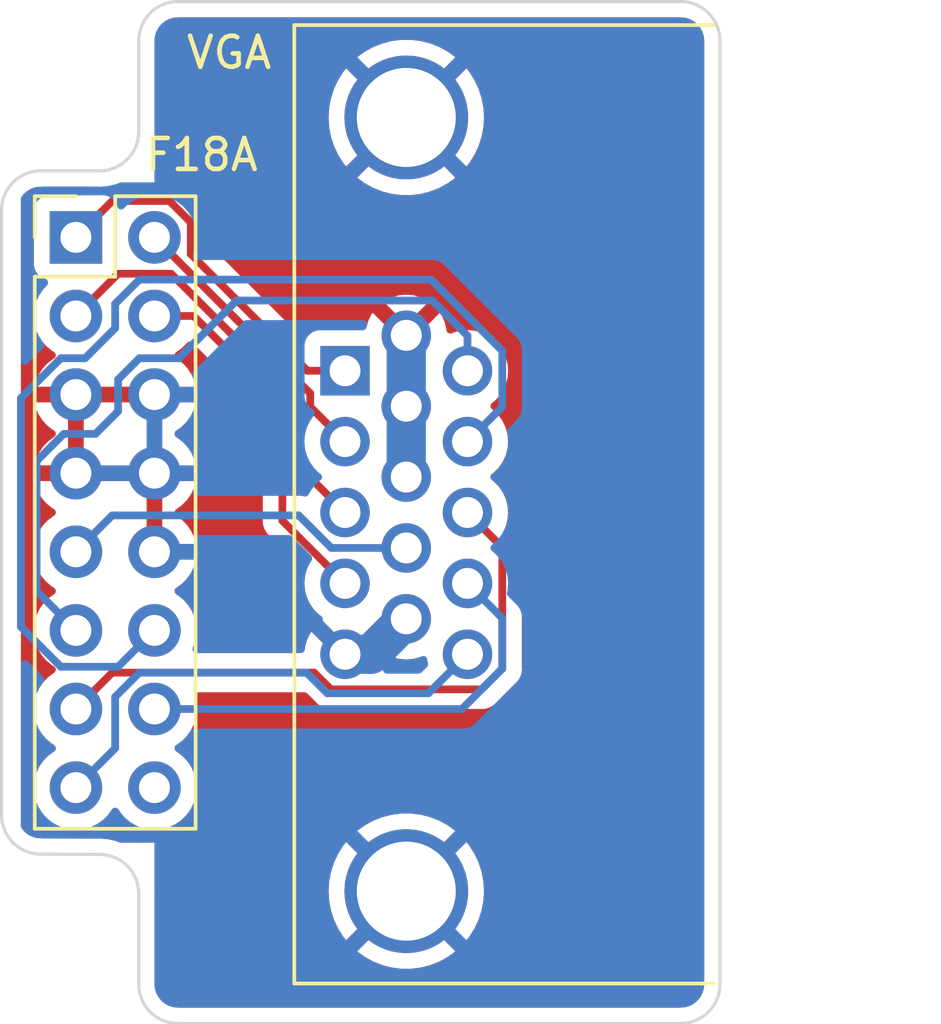
<source format=kicad_pcb>
(kicad_pcb (version 20211014) (generator pcbnew)
  (layers (0 "F.Cu" signal) (31 "B.Cu" signal) (34 "B.Paste" user) (35 "F.Paste" user) (36 "B.SilkS" user "B.Silkscreen") (37 "F.SilkS" user "F.Silkscreen") (38 "B.Mask" user) (39 "F.Mask" user) (44 "Edge.Cuts" user))
  (net 0 "")
  (net 1 "GND")
  (net 2 "/RED")
  (net 3 "/GREEN")
  (net 4 "/BLUE")
  (net 5 "/ID2")
  (net 6 "/KEY")
  (net 7 "/ID0")
  (net 8 "/ID1")
  (net 9 "/HSYNC")
  (net 10 "/VSYNC")
  (net 11 "/ID3")
  (footprint "Connector_Dsub:DSUB-15-HD_Female_Horizontal_P2.29x1.98mm_EdgePinOffset8.35mm_Housed_MountingHolesOffset10.89mm" (layer "F.Cu") (at 135.195069 85.5906 90)
    (fp_text reference "J1")
    (fp_text value "VGA" (at 10.2796 -3.750069 180) (layer "F.SilkS"))
    (fp_line (start -19.8 11.938) (end -19.8 -1.64) (layer "F.SilkS") (width 0.12))
    (fp_line (start -19.8 -1.64) (end 11.17 -1.64) (layer "F.SilkS") (width 0.12))
    (fp_line (start 11.17 -1.64) (end 11.17 11.938) (layer "F.SilkS") (width 0.12))
    (pad "0" thru_hole circle (at 8.185 1.9812 90) (size 4 4) (drill 3.2) (layers *.Cu *.Mask) (net 1 "GND"))
    (pad "0" thru_hole circle (at -16.815 1.9812 90) (size 4 4) (drill 3.2) (layers *.Cu *.Mask) (net 1 "GND"))
    (pad "1" thru_hole rect (at 0 0 90) (size 1.6 1.6) (drill 1) (layers *.Cu *.Mask) (net 2 "/RED"))
    (pad "2" thru_hole circle (at -2.29 0 90) (size 1.6 1.6) (drill 1) (layers *.Cu *.Mask) (net 3 "/GREEN"))
    (pad "3" thru_hole circle (at -4.58 0 90) (size 1.6 1.6) (drill 1) (layers *.Cu *.Mask) (net 4 "/BLUE"))
    (pad "4" thru_hole circle (at -6.87 0 90) (size 1.6 1.6) (drill 1) (layers *.Cu *.Mask) (net 5 "/ID2"))
    (pad "5" thru_hole circle (at -9.16 0 90) (size 1.6 1.6) (drill 1) (layers *.Cu *.Mask) (net 1 "GND"))
    (pad "6" thru_hole circle (at 1.145 1.98 90) (size 1.6 1.6) (drill 1) (layers *.Cu *.Mask) (net 1 "GND"))
    (pad "7" thru_hole circle (at -1.145 1.98 90) (size 1.6 1.6) (drill 1) (layers *.Cu *.Mask) (net 1 "GND"))
    (pad "8" thru_hole circle (at -3.435 1.98 90) (size 1.6 1.6) (drill 1) (layers *.Cu *.Mask) (net 1 "GND"))
    (pad "9" thru_hole circle (at -5.725 1.98 90) (size 1.6 1.6) (drill 1) (layers *.Cu *.Mask) (net 6 "/KEY"))
    (pad "10" thru_hole circle (at -8.015 1.98 90) (size 1.6 1.6) (drill 1) (layers *.Cu *.Mask) (net 1 "GND"))
    (pad "11" thru_hole circle (at 0 3.96 90) (size 1.6 1.6) (drill 1) (layers *.Cu *.Mask) (net 7 "/ID0"))
    (pad "12" thru_hole circle (at -2.29 3.96 90) (size 1.6 1.6) (drill 1) (layers *.Cu *.Mask) (net 8 "/ID1"))
    (pad "13" thru_hole circle (at -4.58 3.96 90) (size 1.6 1.6) (drill 1) (layers *.Cu *.Mask) (net 9 "/HSYNC"))
    (pad "14" thru_hole circle (at -6.87 3.96 90) (size 1.6 1.6) (drill 1) (layers *.Cu *.Mask) (net 10 "/VSYNC"))
    (pad "15" thru_hole circle (at -9.16 3.96 90) (size 1.6 1.6) (drill 1) (layers *.Cu *.Mask) (net 11 "/ID3"))
  )
  (footprint "Connector_PinHeader_2.54mm:PinHeader_2x08_P2.54mm_Vertical" (layer "F.Cu") (at 126.492 81.28)
    (fp_text reference "J2")
    (fp_text value "F18A" (at 4.064 -2.667) (layer "F.SilkS"))
    (fp_line (start -1.33 -1.33) (end 0 -1.33) (layer "F.SilkS") (width 0.12))
    (fp_line (start 1.27 -1.33) (end 3.87 -1.33) (layer "F.SilkS") (width 0.12))
    (fp_line (start -1.33 19.11) (end 3.87 19.11) (layer "F.SilkS") (width 0.12))
    (fp_line (start 1.27 1.27) (end 1.27 -1.33) (layer "F.SilkS") (width 0.12))
    (fp_line (start 3.87 -1.33) (end 3.87 19.11) (layer "F.SilkS") (width 0.12))
    (fp_line (start -1.33 1.27) (end -1.33 19.11) (layer "F.SilkS") (width 0.12))
    (fp_line (start -1.33 0) (end -1.33 -1.33) (layer "F.SilkS") (width 0.12))
    (fp_line (start -1.33 1.27) (end 1.27 1.27) (layer "F.SilkS") (width 0.12))
    (pad "1" thru_hole rect (at 0 0) (size 1.7 1.7) (drill 1) (layers *.Cu *.Mask) (net 2 "/RED"))
    (pad "2" thru_hole oval (at 2.54 0) (size 1.7 1.7) (drill 1) (layers *.Cu *.Mask) (net 3 "/GREEN"))
    (pad "3" thru_hole oval (at 0 2.54) (size 1.7 1.7) (drill 1) (layers *.Cu *.Mask) (net 4 "/BLUE"))
    (pad "4" thru_hole oval (at 2.54 2.54) (size 1.7 1.7) (drill 1) (layers *.Cu *.Mask) (net 5 "/ID2"))
    (pad "5" thru_hole oval (at 0 5.08) (size 1.7 1.7) (drill 1) (layers *.Cu *.Mask) (net 1 "GND"))
    (pad "6" thru_hole oval (at 2.54 5.08) (size 1.7 1.7) (drill 1) (layers *.Cu *.Mask) (net 1 "GND"))
    (pad "7" thru_hole oval (at 0 7.62) (size 1.7 1.7) (drill 1) (layers *.Cu *.Mask) (net 1 "GND"))
    (pad "8" thru_hole oval (at 2.54 7.62) (size 1.7 1.7) (drill 1) (layers *.Cu *.Mask) (net 1 "GND"))
    (pad "9" thru_hole oval (at 0 10.16) (size 1.7 1.7) (drill 1) (layers *.Cu *.Mask) (net 6 "/KEY"))
    (pad "10" thru_hole oval (at 2.54 10.16) (size 1.7 1.7) (drill 1) (layers *.Cu *.Mask) (net 1 "GND"))
    (pad "11" thru_hole oval (at 0 12.7) (size 1.7 1.7) (drill 1) (layers *.Cu *.Mask) (net 7 "/ID0"))
    (pad "12" thru_hole oval (at 2.54 12.7) (size 1.7 1.7) (drill 1) (layers *.Cu *.Mask) (net 8 "/ID1"))
    (pad "13" thru_hole oval (at 0 15.24) (size 1.7 1.7) (drill 1) (layers *.Cu *.Mask) (net 9 "/HSYNC"))
    (pad "14" thru_hole oval (at 2.54 15.24) (size 1.7 1.7) (drill 1) (layers *.Cu *.Mask) (net 10 "/VSYNC"))
    (pad "15" thru_hole oval (at 0 17.78) (size 1.7 1.7) (drill 1) (layers *.Cu *.Mask) (net 11 "/ID3"))
    (pad "16" thru_hole oval (at 2.54 17.78) (size 1.7 1.7) (drill 1) (layers *.Cu *.Mask))
  )
  (gr_line (start 124.088026 80.400026) (end 124.088026 99.939974) (layer "Edge.Cuts") (width 0.1))
  (gr_arc (start 127.254 101.219) (mid 128.152042 101.590965) (end 128.524 102.489) (layer "Edge.Cuts") (width 0.1))
  (gr_arc (start 147.32 105.41) (mid 146.948026 106.308026) (end 146.05 106.68) (layer "Edge.Cuts") (width 0.1))
  (gr_arc (start 124.088026 80.400026) (mid 124.46 79.502) (end 125.358026 79.130026) (layer "Edge.Cuts") (width 0.1))
  (gr_arc (start 146.05 73.66) (mid 146.948026 74.031974) (end 147.32 74.93) (layer "Edge.Cuts") (width 0.1))
  (gr_line (start 125.358026 101.209974) (end 127.254 101.219) (layer "Edge.Cuts") (width 0.1))
  (gr_line (start 147.32 74.93) (end 147.32 105.41) (layer "Edge.Cuts") (width 0.1))
  (gr_line (start 129.794 106.68) (end 146.05 106.68) (layer "Edge.Cuts") (width 0.1))
  (gr_line (start 129.794 73.66) (end 146.05 73.66) (layer "Edge.Cuts") (width 0.1))
  (gr_line (start 128.524 74.93) (end 128.524 77.860026) (layer "Edge.Cuts") (width 0.1))
  (gr_arc (start 128.524 74.93) (mid 128.895974 74.031974) (end 129.794 73.66) (layer "Edge.Cuts") (width 0.1))
  (gr_arc (start 129.794 106.68) (mid 128.895958 106.308035) (end 128.524 105.41) (layer "Edge.Cuts") (width 0.1))
  (gr_arc (start 128.524 77.860026) (mid 128.152026 78.758052) (end 127.254 79.130026) (layer "Edge.Cuts") (width 0.1))
  (gr_line (start 128.524 102.489) (end 128.524 105.41) (layer "Edge.Cuts") (width 0.1))
  (gr_arc (start 125.358026 101.209974) (mid 124.459984 100.838009) (end 124.088026 99.939974) (layer "Edge.Cuts") (width 0.1))
  (gr_line (start 127.254 79.130026) (end 125.358026 79.130026) (layer "Edge.Cuts") (width 0.1))
  (segment (start 137.175069 86.7356) (end 137.175069 84.4456) (width 1.27) (layer "B.Cu") (net 1))
  (segment (start 136.030069 94.7506) (end 137.175069 93.6056) (width 1.27) (layer "B.Cu") (net 1))
  (segment (start 137.175069 89.0256) (end 137.175069 86.7356) (width 1.27) (layer "B.Cu") (net 1))
  (segment (start 129.032 88.9) (end 129.1576 89.0256) (width 0.25) (layer "B.Cu") (net 1))
  (segment (start 135.195069 94.7506) (end 136.030069 94.7506) (width 1.27) (layer "B.Cu") (net 1))
  (segment (start 130.207 80.793299) (end 130.207 81.818604) (width 0.25) (layer "F.Cu") (net 2))
  (segment (start 133.978996 85.5906) (end 135.195069 85.5906) (width 0.25) (layer "F.Cu") (net 2))
  (segment (start 129.518701 80.105) (end 130.207 80.793299) (width 0.25) (layer "F.Cu") (net 2))
  (segment (start 127.667 80.105) (end 129.518701 80.105) (width 0.25) (layer "F.Cu") (net 2))
  (segment (start 126.492 81.28) (end 127.667 80.105) (width 0.25) (layer "F.Cu") (net 2))
  (segment (start 130.207 81.818604) (end 133.978996 85.5906) (width 0.25) (layer "F.Cu") (net 2))
  (segment (start 129.032 81.28) (end 134.070069 86.318069) (width 0.25) (layer "F.Cu") (net 3))
  (segment (start 134.070069 86.7556) (end 135.195069 87.8806) (width 0.25) (layer "F.Cu") (net 3))
  (segment (start 134.070069 86.318069) (end 134.070069 86.7556) (width 0.25) (layer "F.Cu") (net 3))
  (segment (start 126.492 83.82) (end 127.857 82.455) (width 0.25) (layer "F.Cu") (net 4))
  (segment (start 127.857 82.455) (end 129.570605 82.455) (width 0.25) (layer "F.Cu") (net 4))
  (segment (start 133.620069 86.504464) (end 133.620069 88.5956) (width 0.25) (layer "F.Cu") (net 4))
  (segment (start 129.570605 82.455) (end 133.620069 86.504464) (width 0.25) (layer "F.Cu") (net 4))
  (segment (start 133.620069 88.5956) (end 135.195069 90.1706) (width 0.25) (layer "F.Cu") (net 4))
  (segment (start 129.032 83.82) (end 130.299209 83.82) (width 0.25) (layer "F.Cu") (net 5))
  (segment (start 130.299209 83.82) (end 133.170069 86.69086) (width 0.25) (layer "F.Cu") (net 5))
  (segment (start 133.170069 90.4356) (end 135.195069 92.4606) (width 0.25) (layer "F.Cu") (net 5))
  (segment (start 133.170069 86.69086) (end 133.170069 90.4356) (width 0.25) (layer "F.Cu") (net 5))
  (segment (start 134.749078 91.3156) (end 137.175069 91.3156) (width 0.25) (layer "B.Cu") (net 6))
  (segment (start 133.698478 90.265) (end 134.749078 91.3156) (width 0.25) (layer "B.Cu") (net 6))
  (segment (start 127.667 90.265) (end 133.698478 90.265) (width 0.25) (layer "B.Cu") (net 6))
  (segment (start 126.492 91.44) (end 127.667 90.265) (width 0.25) (layer "B.Cu") (net 6))
  (segment (start 139.155069 85.5906) (end 139.155069 84.45923) (width 0.25) (layer "B.Cu") (net 7))
  (segment (start 127.857 86.898604) (end 127.125604 87.63) (width 0.25) (layer "B.Cu") (net 7))
  (segment (start 129.826 85.185) (end 128.545299 85.185) (width 0.25) (layer "B.Cu") (net 7))
  (segment (start 138.016439 83.3206) (end 131.6904 83.3206) (width 0.25) (layer "B.Cu") (net 7))
  (segment (start 128.545299 85.185) (end 127.857 85.873299) (width 0.25) (layer "B.Cu") (net 7))
  (segment (start 126.100299 87.63) (end 125.222 88.508299) (width 0.25) (layer "B.Cu") (net 7))
  (segment (start 139.155069 84.45923) (end 138.016439 83.3206) (width 0.25) (layer "B.Cu") (net 7))
  (segment (start 131.6904 83.3206) (end 129.826 85.185) (width 0.25) (layer "B.Cu") (net 7))
  (segment (start 127.857 85.873299) (end 127.857 86.898604) (width 0.25) (layer "B.Cu") (net 7))
  (segment (start 125.222 88.508299) (end 125.222 92.71) (width 0.25) (layer "B.Cu") (net 7))
  (segment (start 125.222 92.71) (end 126.492 93.98) (width 0.25) (layer "B.Cu") (net 7))
  (segment (start 127.125604 87.63) (end 126.100299 87.63) (width 0.25) (layer "B.Cu") (net 7))
  (segment (start 128.545299 82.645) (end 127.762 83.428299) (width 0.25) (layer "B.Cu") (net 8))
  (segment (start 139.155069 87.8806) (end 140.280069 86.7556) (width 0.25) (layer "B.Cu") (net 8))
  (segment (start 126.005299 95.155) (end 127.857 95.155) (width 0.25) (layer "B.Cu") (net 8))
  (segment (start 126.005299 85.185) (end 124.714 86.476299) (width 0.25) (layer "B.Cu") (net 8))
  (segment (start 127.857 95.155) (end 129.032 93.98) (width 0.25) (layer "B.Cu") (net 8))
  (segment (start 126.788701 85.185) (end 126.005299 85.185) (width 0.25) (layer "B.Cu") (net 8))
  (segment (start 127.762 84.211701) (end 126.788701 85.185) (width 0.25) (layer "B.Cu") (net 8))
  (segment (start 124.714 86.476299) (end 124.714 93.863701) (width 0.25) (layer "B.Cu") (net 8))
  (segment (start 140.280069 84.947834) (end 137.977235 82.645) (width 0.25) (layer "B.Cu") (net 8))
  (segment (start 140.280069 86.7556) (end 140.280069 84.947834) (width 0.25) (layer "B.Cu") (net 8))
  (segment (start 137.977235 82.645) (end 128.545299 82.645) (width 0.25) (layer "B.Cu") (net 8))
  (segment (start 127.762 83.428299) (end 127.762 84.211701) (width 0.25) (layer "B.Cu") (net 8))
  (segment (start 124.714 93.863701) (end 126.005299 95.155) (width 0.25) (layer "B.Cu") (net 8))
  (segment (start 139.61166 95.885) (end 140.280069 95.216591) (width 0.25) (layer "F.Cu") (net 9))
  (segment (start 140.280069 95.216591) (end 140.280069 91.2956) (width 0.25) (layer "F.Cu") (net 9))
  (segment (start 134.738478 95.885) (end 139.61166 95.885) (width 0.25) (layer "F.Cu") (net 9))
  (segment (start 127.667 95.345) (end 134.198478 95.345) (width 0.25) (layer "F.Cu") (net 9))
  (segment (start 134.198478 95.345) (end 134.738478 95.885) (width 0.25) (layer "F.Cu") (net 9))
  (segment (start 126.492 96.52) (end 127.667 95.345) (width 0.25) (layer "F.Cu") (net 9))
  (segment (start 140.280069 91.2956) (end 139.155069 90.1706) (width 0.25) (layer "F.Cu") (net 9))
  (segment (start 140.280069 95.216591) (end 140.280069 93.5856) (width 0.25) (layer "B.Cu") (net 10))
  (segment (start 138.97666 96.52) (end 140.280069 95.216591) (width 0.25) (layer "B.Cu") (net 10))
  (segment (start 129.032 96.52) (end 138.97666 96.52) (width 0.25) (layer "B.Cu") (net 10))
  (segment (start 140.280069 93.5856) (end 139.155069 92.4606) (width 0.25) (layer "B.Cu") (net 10))
  (segment (start 134.62 96.012) (end 137.893669 96.012) (width 0.25) (layer "B.Cu") (net 11))
  (segment (start 127.762 97.79) (end 127.762 96.128299) (width 0.25) (layer "B.Cu") (net 11))
  (segment (start 128.545299 95.345) (end 133.953 95.345) (width 0.25) (layer "B.Cu") (net 11))
  (segment (start 126.492 99.06) (end 127.762 97.79) (width 0.25) (layer "B.Cu") (net 11))
  (segment (start 133.953 95.345) (end 134.62 96.012) (width 0.25) (layer "B.Cu") (net 11))
  (segment (start 137.893669 96.012) (end 139.155069 94.7506) (width 0.25) (layer "B.Cu") (net 11))
  (segment (start 127.762 96.128299) (end 128.545299 95.345) (width 0.25) (layer "B.Cu") (net 11))
  (zone (net 1) (net_name "GND") (layer "F.Cu") (connect_pads (clearance 0.508)) (min_thickness 0.254) (fill yes (thermal_gap 0.508) (thermal_bridge_width 0.508))
    (polygon (pts (xy 146.812 106.426) (xy 129.032 106.426) (xy 129.032 100.838) (xy 124.714 100.838) (xy 124.714 79.502) (xy 129.032 79.502) (xy 129.032 73.914) (xy 146.812 73.914)))
  )
  (zone (net 1) (net_name "GND") (layer "B.Cu") (connect_pads (clearance 0.508)) (min_thickness 0.254) (fill yes (thermal_gap 0.508) (thermal_bridge_width 0.508))
    (polygon (pts (xy 146.812 106.426) (xy 129.032 106.426) (xy 129.032 100.838) (xy 124.714 100.838) (xy 124.714 79.502) (xy 129.032 79.502) (xy 129.032 73.914) (xy 146.812 73.914)))
  )
)
</source>
